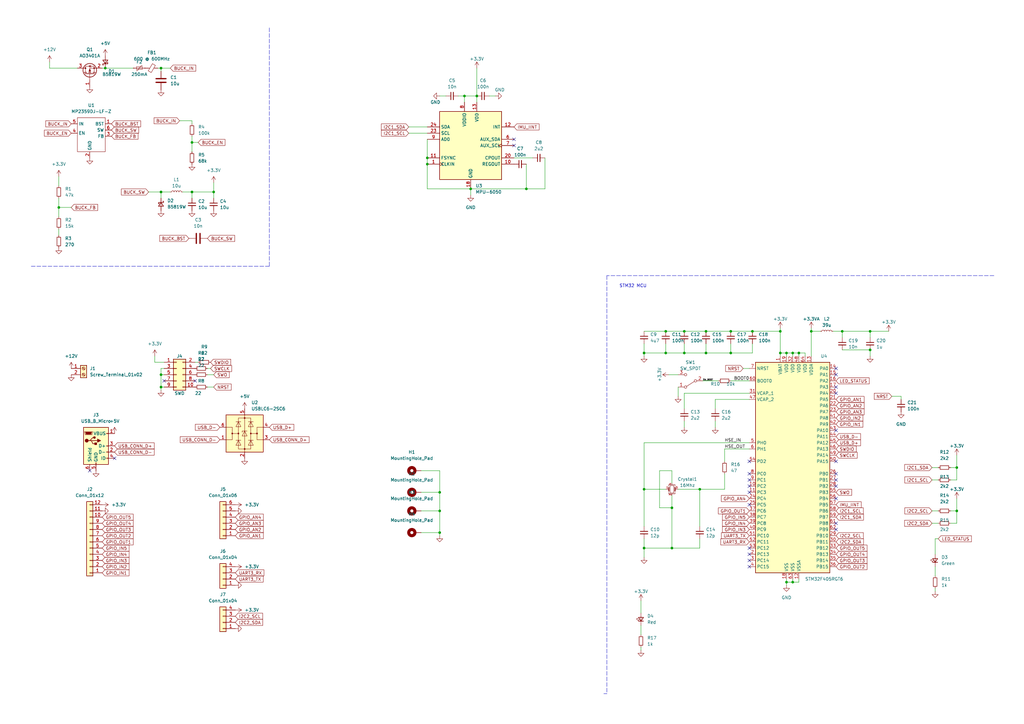
<source format=kicad_sch>
(kicad_sch (version 20211123) (generator eeschema)
  (paper "A3")
  (title_block (title "STM32F4RGT6") (date "2023-07-20") (rev "2.0") (company "Kronos"))
  (junction (at 392.43 209.55))
  (junction (at 190.5 39.37))
  (junction (at 180.34 218.44))
  (junction (at 87.63 78.74))
  (junction (at 320.04 144.78))
  (junction (at 289.56 135.89))
  (junction (at 78.74 58.42))
  (junction (at 43.18 27.94))
  (junction (at 66.04 158.75))
  (junction (at 24.13 85.09))
  (junction (at 275.59 224.79))
  (junction (at 264.16 224.79))
  (junction (at 345.44 135.89))
  (junction (at 280.67 135.89))
  (junction (at 287.02 200.66))
  (junction (at 392.43 191.77))
  (junction (at 275.59 208.28))
  (junction (at 175.26 64.77))
  (junction (at 66.04 78.74))
  (junction (at 308.61 135.89))
  (junction (at 325.12 144.78))
  (junction (at 356.87 143.51))
  (junction (at 332.74 135.89))
  (junction (at 325.12 238.76))
  (junction (at 66.04 27.94))
  (junction (at 180.34 201.93))
  (junction (at 320.04 135.89))
  (junction (at 195.58 39.37))
  (junction (at 299.72 144.78))
  (junction (at 273.05 135.89))
  (junction (at 215.9 77.47))
  (junction (at 322.58 144.78))
  (junction (at 66.04 153.67))
  (junction (at 289.56 144.78))
  (junction (at 264.16 200.66))
  (junction (at 175.26 67.31))
  (junction (at 193.04 77.47))
  (junction (at 180.34 209.55))
  (junction (at 322.58 238.76))
  (junction (at 273.05 144.78))
  (junction (at 280.67 144.78))
  (junction (at 299.72 135.89))
  (junction (at 78.74 78.74))
  (junction (at 264.16 144.78))
  (junction (at 327.66 144.78))
  (junction (at 356.87 135.89))
  (no_connect (at 342.9 161.29))
  (no_connect (at 307.34 196.85))
  (no_connect (at 67.31 156.21))
  (no_connect (at 307.34 201.93))
  (no_connect (at 342.9 153.67))
  (no_connect (at 80.01 156.21))
  (no_connect (at 36.83 193.04))
  (no_connect (at 342.9 196.85))
  (no_connect (at 342.9 204.47))
  (no_connect (at 342.9 214.63))
  (no_connect (at 342.9 217.17))
  (no_connect (at 307.34 189.23))
  (no_connect (at 342.9 194.31))
  (no_connect (at 210.82 57.15))
  (no_connect (at 210.82 59.69))
  (no_connect (at 342.9 176.53))
  (no_connect (at 46.99 187.96))
  (no_connect (at 342.9 189.23))
  (no_connect (at 307.34 199.39))
  (no_connect (at 342.9 158.75))
  (no_connect (at 307.34 207.01))
  (no_connect (at 307.34 194.31))
  (no_connect (at 342.9 151.13))
  (no_connect (at 307.34 229.87))
  (no_connect (at 307.34 232.41))
  (no_connect (at 307.34 227.33))
  (no_connect (at 307.34 224.79))
  (no_connect (at 342.9 199.39))
  (wire (pts (xy 325.12 144.78) (xy 325.12 146.05)))
  (wire (pts (xy 287.02 200.66) (xy 287.02 215.9)))
  (wire (pts (xy 383.54 241.3) (xy 383.54 242.57)))
  (wire (pts (xy 264.16 220.98) (xy 264.16 224.79)))
  (wire (pts (xy 297.18 184.15) (xy 307.34 184.15)))
  (wire (pts (xy 223.52 77.47) (xy 215.9 77.47)))
  (wire (pts (xy 345.44 135.89) (xy 356.87 135.89)))
  (polyline (pts (xy 110.49 109.22) (xy 12.7 109.22)))
  (wire (pts (xy 78.74 78.74) (xy 78.74 81.28)))
  (wire (pts (xy 24.13 85.09) (xy 24.13 88.9)))
  (wire (pts (xy 66.04 27.94) (xy 66.04 29.21)))
  (wire (pts (xy 383.54 220.98) (xy 383.54 227.33)))
  (wire (pts (xy 297.18 194.31) (xy 297.18 200.66)))
  (wire (pts (xy 87.63 74.93) (xy 87.63 78.74)))
  (wire (pts (xy 325.12 238.76) (xy 327.66 238.76)))
  (wire (pts (xy 203.2 39.37) (xy 200.66 39.37)))
  (wire (pts (xy 66.04 151.13) (xy 66.04 153.67)))
  (wire (pts (xy 389.89 209.55) (xy 392.43 209.55)))
  (wire (pts (xy 304.8 151.13) (xy 307.34 151.13)))
  (wire (pts (xy 280.67 135.89) (xy 289.56 135.89)))
  (wire (pts (xy 345.44 143.51) (xy 356.87 143.51)))
  (wire (pts (xy 273.05 140.97) (xy 273.05 144.78)))
  (wire (pts (xy 80.01 148.59) (xy 81.28 148.59)))
  (wire (pts (xy 289.56 144.78) (xy 299.72 144.78)))
  (wire (pts (xy 275.59 203.2) (xy 275.59 208.28)))
  (wire (pts (xy 308.61 135.89) (xy 320.04 135.89)))
  (polyline (pts (xy 248.92 113.03) (xy 248.92 284.48)))
  (wire (pts (xy 264.16 224.79) (xy 264.16 228.6)))
  (wire (pts (xy 78.74 58.42) (xy 81.28 58.42)))
  (wire (pts (xy 389.89 196.85) (xy 392.43 196.85)))
  (wire (pts (xy 392.43 209.55) (xy 392.43 204.47)))
  (wire (pts (xy 369.57 162.56) (xy 369.57 163.83)))
  (wire (pts (xy 382.27 191.77) (xy 384.81 191.77)))
  (wire (pts (xy 297.18 184.15) (xy 297.18 189.23)))
  (wire (pts (xy 264.16 135.89) (xy 273.05 135.89)))
  (wire (pts (xy 322.58 238.76) (xy 322.58 240.03)))
  (wire (pts (xy 299.72 144.78) (xy 308.61 144.78)))
  (wire (pts (xy 167.64 52.07) (xy 175.26 52.07)))
  (wire (pts (xy 180.34 218.44) (xy 180.34 219.71)))
  (wire (pts (xy 264.16 144.78) (xy 264.16 146.05)))
  (wire (pts (xy 66.04 78.74) (xy 69.85 78.74)))
  (wire (pts (xy 187.96 39.37) (xy 190.5 39.37)))
  (wire (pts (xy 273.05 144.78) (xy 280.67 144.78)))
  (wire (pts (xy 175.26 57.15) (xy 175.26 64.77)))
  (wire (pts (xy 275.59 208.28) (xy 275.59 224.79)))
  (wire (pts (xy 307.34 161.29) (xy 280.67 161.29)))
  (wire (pts (xy 195.58 27.94) (xy 195.58 39.37)))
  (wire (pts (xy 172.72 201.93) (xy 180.34 201.93)))
  (wire (pts (xy 63.5 148.59) (xy 63.5 146.05)))
  (wire (pts (xy 383.54 232.41) (xy 383.54 236.22)))
  (wire (pts (xy 78.74 49.53) (xy 78.74 50.8)))
  (wire (pts (xy 190.5 39.37) (xy 190.5 41.91)))
  (wire (pts (xy 270.51 193.04) (xy 270.51 208.28)))
  (wire (pts (xy 262.89 256.54) (xy 262.89 260.35)))
  (wire (pts (xy 293.37 167.64) (xy 293.37 163.83)))
  (wire (pts (xy 195.58 39.37) (xy 195.58 41.91)))
  (wire (pts (xy 262.89 246.38) (xy 262.89 251.46)))
  (wire (pts (xy 384.81 220.98) (xy 383.54 220.98)))
  (wire (pts (xy 87.63 153.67) (xy 85.09 153.67)))
  (wire (pts (xy 85.09 158.75) (xy 87.63 158.75)))
  (wire (pts (xy 320.04 144.78) (xy 322.58 144.78)))
  (wire (pts (xy 64.77 27.94) (xy 66.04 27.94)))
  (wire (pts (xy 41.91 27.94) (xy 43.18 27.94)))
  (wire (pts (xy 175.26 77.47) (xy 193.04 77.47)))
  (polyline (pts (xy 407.67 113.03) (xy 248.92 113.03)))
  (wire (pts (xy 392.43 214.63) (xy 392.43 209.55)))
  (wire (pts (xy 87.63 78.74) (xy 78.74 78.74)))
  (wire (pts (xy 215.9 77.47) (xy 193.04 77.47)))
  (wire (pts (xy 389.89 191.77) (xy 392.43 191.77)))
  (wire (pts (xy 172.72 218.44) (xy 180.34 218.44)))
  (wire (pts (xy 293.37 163.83) (xy 307.34 163.83)))
  (wire (pts (xy 288.29 156.21) (xy 294.64 156.21)))
  (wire (pts (xy 365.76 162.56) (xy 369.57 162.56)))
  (wire (pts (xy 382.27 196.85) (xy 384.81 196.85)))
  (wire (pts (xy 280.67 140.97) (xy 280.67 144.78)))
  (wire (pts (xy 327.66 238.76) (xy 327.66 237.49)))
  (wire (pts (xy 223.52 64.77) (xy 223.52 77.47)))
  (wire (pts (xy 66.04 153.67) (xy 67.31 153.67)))
  (wire (pts (xy 356.87 135.89) (xy 364.49 135.89)))
  (wire (pts (xy 264.16 224.79) (xy 275.59 224.79)))
  (wire (pts (xy 293.37 172.72) (xy 293.37 175.26)))
  (wire (pts (xy 274.32 153.67) (xy 278.13 153.67)))
  (wire (pts (xy 341.63 135.89) (xy 345.44 135.89)))
  (wire (pts (xy 278.13 158.75) (xy 278.13 162.56)))
  (wire (pts (xy 273.05 135.89) (xy 280.67 135.89)))
  (wire (pts (xy 24.13 85.09) (xy 29.21 85.09)))
  (wire (pts (xy 175.26 67.31) (xy 175.26 77.47)))
  (wire (pts (xy 330.2 144.78) (xy 330.2 146.05)))
  (wire (pts (xy 20.32 25.4) (xy 20.32 27.94)))
  (wire (pts (xy 308.61 140.97) (xy 308.61 144.78)))
  (wire (pts (xy 325.12 144.78) (xy 327.66 144.78)))
  (wire (pts (xy 67.31 151.13) (xy 66.04 151.13)))
  (wire (pts (xy 215.9 67.31) (xy 215.9 77.47)))
  (wire (pts (xy 325.12 237.49) (xy 325.12 238.76)))
  (wire (pts (xy 180.34 209.55) (xy 180.34 201.93)))
  (wire (pts (xy 43.18 27.94) (xy 54.61 27.94)))
  (wire (pts (xy 382.27 209.55) (xy 384.81 209.55)))
  (wire (pts (xy 289.56 140.97) (xy 289.56 144.78)))
  (wire (pts (xy 287.02 224.79) (xy 287.02 220.98)))
  (wire (pts (xy 332.74 134.62) (xy 332.74 135.89)))
  (wire (pts (xy 175.26 64.77) (xy 175.26 67.31)))
  (wire (pts (xy 322.58 144.78) (xy 322.58 146.05)))
  (wire (pts (xy 322.58 144.78) (xy 325.12 144.78)))
  (wire (pts (xy 190.5 39.37) (xy 195.58 39.37)))
  (wire (pts (xy 356.87 135.89) (xy 356.87 138.43)))
  (wire (pts (xy 78.74 55.88) (xy 78.74 58.42)))
  (wire (pts (xy 180.34 201.93) (xy 180.34 193.04)))
  (wire (pts (xy 332.74 135.89) (xy 332.74 146.05)))
  (wire (pts (xy 73.66 49.53) (xy 78.74 49.53)))
  (wire (pts (xy 392.43 196.85) (xy 392.43 191.77)))
  (wire (pts (xy 297.18 200.66) (xy 287.02 200.66)))
  (polyline (pts (xy 110.49 11.43) (xy 110.49 109.22)))
  (wire (pts (xy 193.04 77.47) (xy 193.04 80.01)))
  (wire (pts (xy 66.04 78.74) (xy 66.04 81.28)))
  (wire (pts (xy 87.63 81.28) (xy 87.63 78.74)))
  (wire (pts (xy 280.67 161.29) (xy 280.67 167.64)))
  (wire (pts (xy 66.04 153.67) (xy 66.04 158.75)))
  (wire (pts (xy 264.16 144.78) (xy 273.05 144.78)))
  (wire (pts (xy 180.34 193.04) (xy 172.72 193.04)))
  (wire (pts (xy 280.67 172.72) (xy 280.67 175.26)))
  (wire (pts (xy 392.43 191.77) (xy 392.43 186.69)))
  (wire (pts (xy 86.36 151.13) (xy 85.09 151.13)))
  (wire (pts (xy 278.13 200.66) (xy 287.02 200.66)))
  (wire (pts (xy 24.13 81.28) (xy 24.13 85.09)))
  (wire (pts (xy 382.27 214.63) (xy 384.81 214.63)))
  (wire (pts (xy 275.59 193.04) (xy 270.51 193.04)))
  (wire (pts (xy 264.16 181.61) (xy 307.34 181.61)))
  (wire (pts (xy 356.87 143.51) (xy 356.87 146.05)))
  (wire (pts (xy 78.74 58.42) (xy 78.74 62.23)))
  (wire (pts (xy 74.93 78.74) (xy 78.74 78.74)))
  (wire (pts (xy 264.16 200.66) (xy 273.05 200.66)))
  (wire (pts (xy 264.16 140.97) (xy 264.16 144.78)))
  (wire (pts (xy 322.58 238.76) (xy 325.12 238.76)))
  (wire (pts (xy 264.16 181.61) (xy 264.16 200.66)))
  (polyline (pts (xy 247.65 284.48) (xy 248.92 284.48)))
  (wire (pts (xy 167.64 54.61) (xy 175.26 54.61)))
  (wire (pts (xy 66.04 158.75) (xy 66.04 160.02)))
  (wire (pts (xy 60.96 78.74) (xy 66.04 78.74)))
  (wire (pts (xy 332.74 135.89) (xy 336.55 135.89)))
  (wire (pts (xy 299.72 140.97) (xy 299.72 144.78)))
  (wire (pts (xy 180.34 39.37) (xy 182.88 39.37)))
  (wire (pts (xy 327.66 144.78) (xy 327.66 146.05)))
  (wire (pts (xy 320.04 135.89) (xy 320.04 144.78)))
  (wire (pts (xy 180.34 209.55) (xy 180.34 218.44)))
  (wire (pts (xy 280.67 144.78) (xy 289.56 144.78)))
  (wire (pts (xy 345.44 135.89) (xy 345.44 138.43)))
  (wire (pts (xy 264.16 200.66) (xy 264.16 215.9)))
  (wire (pts (xy 24.13 72.39) (xy 24.13 76.2)))
  (wire (pts (xy 289.56 135.89) (xy 299.72 135.89)))
  (wire (pts (xy 275.59 224.79) (xy 287.02 224.79)))
  (wire (pts (xy 299.72 135.89) (xy 308.61 135.89)))
  (wire (pts (xy 262.89 265.43) (xy 262.89 266.7)))
  (wire (pts (xy 20.32 27.94) (xy 31.75 27.94)))
  (wire (pts (xy 66.04 27.94) (xy 69.85 27.94)))
  (wire (pts (xy 172.72 209.55) (xy 180.34 209.55)))
  (wire (pts (xy 299.72 156.21) (xy 307.34 156.21)))
  (wire (pts (xy 66.04 158.75) (xy 67.31 158.75)))
  (wire (pts (xy 67.31 148.59) (xy 63.5 148.59)))
  (wire (pts (xy 322.58 237.49) (xy 322.58 238.76)))
  (wire (pts (xy 389.89 214.63) (xy 392.43 214.63)))
  (wire (pts (xy 320.04 134.62) (xy 320.04 135.89)))
  (wire (pts (xy 327.66 144.78) (xy 330.2 144.78)))
  (wire (pts (xy 24.13 93.98) (xy 24.13 96.52)))
  (wire (pts (xy 320.04 144.78) (xy 320.04 146.05)))
  (wire (pts (xy 270.51 208.28) (xy 275.59 208.28)))
  (wire (pts (xy 275.59 193.04) (xy 275.59 198.12)))
  (wire (pts (xy 210.82 64.77) (xy 218.44 64.77)))
  (text "STM32 MCU" (at 254 118.11 0) (effects (font (size 1.27 1.27)) (justify left bottom)))
  (label "SW_BOOT" (at 288.29 156.21 0) (effects (font (size 0.6 0.6))))
  (label "HSE_IN" (at 297.18 181.61 0))
  (label "BOOT0" (at 300.99 156.21 0))
  (label "HSE_OUT" (at 297.18 184.15 0))
  (global_label "SWCLK" (shape input) (at 86.36 151.13 0) (property "Intersheet References" "${INTERSHEET_REFS}" (effects hide)))
  (global_label "GPIO_IN2" (shape input) (at 41.91 232.41 0) (property "Intersheet References" "${INTERSHEET_REFS}" (effects hide)))
  (global_label "NRST" (shape input) (at 87.63 158.75 0) (property "Intersheet References" "${INTERSHEET_REFS}" (effects hide)))
  (global_label "I2C2_SCL" (shape input) (at 342.9 219.71 0) (property "Intersheet References" "${INTERSHEET_REFS}" (effects hide)))
  (global_label "USB_CONN_D+" (shape input) (at 46.99 182.88 0) (property "Intersheet References" "${INTERSHEET_REFS}" (effects hide)))
  (global_label "GPIO_AN4" (shape input) (at 96.52 212.09 0) (property "Intersheet References" "${INTERSHEET_REFS}" (effects hide)))
  (global_label "I2C2_SCL" (shape input) (at 382.27 209.55 180) (property "Intersheet References" "${INTERSHEET_REFS}" (effects hide)))
  (global_label "BUCK_FB" (shape input) (at 29.21 85.09 0) (property "Intersheet References" "${INTERSHEET_REFS}" (effects hide)))
  (global_label "BUCK_IN" (shape input) (at 69.85 27.94 0) (property "Intersheet References" "${INTERSHEET_REFS}" (effects hide)))
  (global_label "BUCK_SW" (shape input) (at 60.96 78.74 180) (property "Intersheet References" "${INTERSHEET_REFS}" (effects hide)))
  (global_label "SWDIO" (shape input) (at 86.36 148.59 0) (property "Intersheet References" "${INTERSHEET_REFS}" (effects hide)))
  (global_label "BUCK_EN" (shape input) (at 81.28 58.42 0) (property "Intersheet References" "${INTERSHEET_REFS}" (effects hide)))
  (global_label "UART3_RX" (shape input) (at 307.34 222.25 180) (property "Intersheet References" "${INTERSHEET_REFS}" (effects hide)))
  (global_label "GPIO_OUT4" (shape input) (at 41.91 214.63 0) (property "Intersheet References" "${INTERSHEET_REFS}" (effects hide)))
  (global_label "I2C2_SDA" (shape input) (at 382.27 214.63 180) (property "Intersheet References" "${INTERSHEET_REFS}" (effects hide)))
  (global_label "I2C1_SCL" (shape input) (at 342.9 209.55 0) (property "Intersheet References" "${INTERSHEET_REFS}" (effects hide)))
  (global_label "GPIO_OUT4" (shape input) (at 342.9 227.33 0) (property "Intersheet References" "${INTERSHEET_REFS}" (effects hide)))
  (global_label "GPIO_OUT3" (shape input) (at 342.9 229.87 0) (property "Intersheet References" "${INTERSHEET_REFS}" (effects hide)))
  (global_label "NRST" (shape input) (at 304.8 151.13 180) (property "Intersheet References" "${INTERSHEET_REFS}" (effects hide)))
  (global_label "I2C2_SCL" (shape input) (at 96.52 252.73 0) (property "Intersheet References" "${INTERSHEET_REFS}" (effects hide)))
  (global_label "GPIO_AN1" (shape input) (at 342.9 163.83 0) (property "Intersheet References" "${INTERSHEET_REFS}" (effects hide)))
  (global_label "SWO" (shape input) (at 87.63 153.67 0) (property "Intersheet References" "${INTERSHEET_REFS}" (effects hide)))
  (global_label "UART3_RX" (shape input) (at 96.52 234.95 0) (property "Intersheet References" "${INTERSHEET_REFS}" (effects hide)))
  (global_label "BUCK_EN" (shape input) (at 29.21 54.61 180) (property "Intersheet References" "${INTERSHEET_REFS}" (effects hide)))
  (global_label "USB_CONN_D+" (shape input) (at 110.49 180.34 0) (property "Intersheet References" "${INTERSHEET_REFS}" (effects hide)))
  (global_label "BUCK_IN" (shape input) (at 29.21 50.8 180) (property "Intersheet References" "${INTERSHEET_REFS}" (effects hide)))
  (global_label "I2C2_SDA" (shape input) (at 342.9 222.25 0) (property "Intersheet References" "${INTERSHEET_REFS}" (effects hide)))
  (global_label "IMU_IINT" (shape input) (at 210.82 52.07 0) (property "Intersheet References" "${INTERSHEET_REFS}" (effects hide)))
  (global_label "I2C1_SDA" (shape input) (at 382.27 191.77 180) (property "Intersheet References" "${INTERSHEET_REFS}" (effects hide)))
  (global_label "I2C1_SCL" (shape input) (at 167.64 54.61 180) (property "Intersheet References" "${INTERSHEET_REFS}" (effects hide)))
  (global_label "GPIO_AN3" (shape input) (at 96.52 214.63 0) (property "Intersheet References" "${INTERSHEET_REFS}" (effects hide)))
  (global_label "SWCLK" (shape input) (at 342.9 186.69 0) (property "Intersheet References" "${INTERSHEET_REFS}" (effects hide)))
  (global_label "USB_D-" (shape input) (at 342.9 179.07 0) (property "Intersheet References" "${INTERSHEET_REFS}" (effects hide)))
  (global_label "GPIO_IN5" (shape input) (at 41.91 224.79 0) (property "Intersheet References" "${INTERSHEET_REFS}" (effects hide)))
  (global_label "BUCK_BST" (shape input) (at 45.72 50.8 0) (property "Intersheet References" "${INTERSHEET_REFS}" (effects hide)))
  (global_label "GPIO_IN4" (shape input) (at 307.34 214.63 180) (property "Intersheet References" "${INTERSHEET_REFS}" (effects hide)))
  (global_label "I2C1_SDA" (shape input) (at 167.64 52.07 180) (property "Intersheet References" "${INTERSHEET_REFS}" (effects hide)))
  (global_label "LED_STATUS" (shape input) (at 342.9 156.21 0) (property "Intersheet References" "${INTERSHEET_REFS}" (effects hide)))
  (global_label "USB_CONN_D-" (shape input) (at 90.17 180.34 180) (property "Intersheet References" "${INTERSHEET_REFS}" (effects hide)))
  (global_label "GPIO_OUT2" (shape input) (at 342.9 232.41 0) (property "Intersheet References" "${INTERSHEET_REFS}" (effects hide)))
  (global_label "GPIO_OUT2" (shape input) (at 41.91 219.71 0) (property "Intersheet References" "${INTERSHEET_REFS}" (effects hide)))
  (global_label "BUCK_BST" (shape input) (at 77.47 97.79 180) (property "Intersheet References" "${INTERSHEET_REFS}" (effects hide)))
  (global_label "BUCK_FB" (shape input) (at 45.72 55.88 0) (property "Intersheet References" "${INTERSHEET_REFS}" (effects hide)))
  (global_label "GPIO_IN1" (shape input) (at 41.91 234.95 0) (property "Intersheet References" "${INTERSHEET_REFS}" (effects hide)))
  (global_label "GPIO_OUT5" (shape input) (at 342.9 224.79 0) (property "Intersheet References" "${INTERSHEET_REFS}" (effects hide)))
  (global_label "GPIO_IN3" (shape input) (at 307.34 217.17 180) (property "Intersheet References" "${INTERSHEET_REFS}" (effects hide)))
  (global_label "GPIO_OUT1" (shape input) (at 307.34 209.55 180) (property "Intersheet References" "${INTERSHEET_REFS}" (effects hide)))
  (global_label "GPIO_AN4" (shape input) (at 307.34 204.47 180) (property "Intersheet References" "${INTERSHEET_REFS}" (effects hide)))
  (global_label "GPIO_OUT5" (shape input) (at 41.91 212.09 0) (property "Intersheet References" "${INTERSHEET_REFS}" (effects hide)))
  (global_label "GPIO_IN4" (shape input) (at 41.91 227.33 0) (property "Intersheet References" "${INTERSHEET_REFS}" (effects hide)))
  (global_label "GPIO_OUT3" (shape input) (at 41.91 217.17 0) (property "Intersheet References" "${INTERSHEET_REFS}" (effects hide)))
  (global_label "NRST" (shape input) (at 365.76 162.56 180) (property "Intersheet References" "${INTERSHEET_REFS}" (effects hide)))
  (global_label "UART3_TX" (shape input) (at 307.34 219.71 180) (property "Intersheet References" "${INTERSHEET_REFS}" (effects hide)))
  (global_label "USB_D+" (shape input) (at 110.49 175.26 0) (property "Intersheet References" "${INTERSHEET_REFS}" (effects hide)))
  (global_label "I2C1_SDA" (shape input) (at 342.9 212.09 0) (property "Intersheet References" "${INTERSHEET_REFS}" (effects hide)))
  (global_label "USB_D+" (shape input) (at 342.9 181.61 0) (property "Intersheet References" "${INTERSHEET_REFS}" (effects hide)))
  (global_label "SWDIO" (shape input) (at 342.9 184.15 0) (property "Intersheet References" "${INTERSHEET_REFS}" (effects hide)))
  (global_label "GPIO_IN2" (shape input) (at 342.9 171.45 0) (property "Intersheet References" "${INTERSHEET_REFS}" (effects hide)))
  (global_label "I2C1_SCL" (shape input) (at 382.27 196.85 180) (property "Intersheet References" "${INTERSHEET_REFS}" (effects hide)))
  (global_label "BUCK_SW" (shape input) (at 45.72 53.34 0) (property "Intersheet References" "${INTERSHEET_REFS}" (effects hide)))
  (global_label "GPIO_AN2" (shape input) (at 342.9 166.37 0) (property "Intersheet References" "${INTERSHEET_REFS}" (effects hide)))
  (global_label "USB_D-" (shape input) (at 90.17 175.26 180) (property "Intersheet References" "${INTERSHEET_REFS}" (effects hide)))
  (global_label "BUCK_SW" (shape input) (at 85.09 97.79 0) (property "Intersheet References" "${INTERSHEET_REFS}" (effects hide)))
  (global_label "USB_CONN_D-" (shape input) (at 46.99 185.42 0) (property "Intersheet References" "${INTERSHEET_REFS}" (effects hide)))
  (global_label "BUCK_IN" (shape input) (at 73.66 49.53 180) (property "Intersheet References" "${INTERSHEET_REFS}" (effects hide)))
  (global_label "GPIO_AN1" (shape input) (at 96.52 219.71 0) (property "Intersheet References" "${INTERSHEET_REFS}" (effects hide)))
  (global_label "GPIO_IN1" (shape input) (at 342.9 173.99 0) (property "Intersheet References" "${INTERSHEET_REFS}" (effects hide)))
  (global_label "IMU_IINT" (shape input) (at 342.9 207.01 0) (property "Intersheet References" "${INTERSHEET_REFS}" (effects hide)))
  (global_label "GPIO_IN5" (shape input) (at 307.34 212.09 180) (property "Intersheet References" "${INTERSHEET_REFS}" (effects hide)))
  (global_label "LED_STATUS" (shape input) (at 384.81 220.98 0) (property "Intersheet References" "${INTERSHEET_REFS}" (effects hide)))
  (global_label "UART3_TX" (shape input) (at 96.52 237.49 0) (property "Intersheet References" "${INTERSHEET_REFS}" (effects hide)))
  (global_label "GPIO_IN3" (shape input) (at 41.91 229.87 0) (property "Intersheet References" "${INTERSHEET_REFS}" (effects hide)))
  (global_label "I2C2_SDA" (shape input) (at 96.52 255.27 0) (property "Intersheet References" "${INTERSHEET_REFS}" (effects hide)))
  (global_label "GPIO_AN2" (shape input) (at 96.52 217.17 0) (property "Intersheet References" "${INTERSHEET_REFS}" (effects hide)))
  (global_label "GPIO_AN3" (shape input) (at 342.9 168.91 0) (property "Intersheet References" "${INTERSHEET_REFS}" (effects hide)))
  (global_label "GPIO_OUT1" (shape input) (at 41.91 222.25 0) (property "Intersheet References" "${INTERSHEET_REFS}" (effects hide)))
  (global_label "SWO" (shape input) (at 342.9 201.93 0) (property "Intersheet References" "${INTERSHEET_REFS}" (effects hide)))
  (symbol (lib_id "power:GND") (at 293.37 175.26 0) (unit 1)
    (property "Reference" "#PWR034" (effects hide))
    (property "Value" "GND" (effects hide))
  )
  (symbol (lib_id "power:+3.3V") (at 87.63 74.93 0) (unit 1)
    (property "Reference" "#PWR019" (effects hide))
    (property "Value" "+3.3V" (at 87.63 69.85 0))
  )
  (symbol (lib_id "power:+3.3V") (at 41.91 207.01 270) (unit 1)
    (property "Reference" "#PWR09" (effects hide))
    (property "Value" "+3.3V" (at 45.72 207.0099 90) (effects (justify left)))
  )
  (symbol (lib_id "Switch:SW_SPDT") (at 283.21 156.21 180) (unit 1)
    (property "Reference" "SW1" (at 283.21 148.59 0))
    (property "Value" "SW_SPDT" (at 283.21 151.13 0))
    (property "Footprint" "Button_Switch_SMD:SW_SPDT_PCM12" (effects hide))
  )
  (symbol (lib_id "power:GND") (at 383.54 242.57 0) (unit 1)
    (property "Reference" "#PWR041" (effects hide))
    (property "Value" "GND" (effects hide))
  )
  (symbol (lib_id "Device:C_Small") (at 213.36 67.31 90) (unit 1)
    (property "Reference" "C7" (at 213.3663 60.96 90))
    (property "Value" "100n" (at 213.3663 63.5 90))
    (property "Footprint" "Capacitor_SMD:C_0402_1005Metric" (effects hide))
  )
  (symbol (lib_id "power:+3.3V") (at 96.52 250.19 270) (unit 1)
    (property "Reference" "#PWR0104" (effects hide))
    (property "Value" "+3.3V" (at 100.33 250.1899 90) (effects (justify left)))
  )
  (symbol (lib_id "power:+5V") (at 46.99 177.8 0) (unit 1)
    (property "Reference" "#PWR012" (effects hide))
    (property "Value" "+5V" (at 46.99 172.72 0))
  )
  (symbol (lib_id "power:+3.3V") (at 96.52 232.41 270) (unit 1)
    (property "Reference" "#PWR0101" (effects hide))
    (property "Value" "+3.3V" (at 100.33 232.4099 90) (effects (justify left)))
  )
  (symbol (lib_id "power:GND") (at 369.57 168.91 0) (unit 1)
    (property "Reference" "#PWR040" (effects hide))
    (property "Value" "GND" (at 369.57 173.99 0))
  )
  (symbol (lib_id "power:GND") (at 100.33 187.96 0) (unit 1)
    (property "Reference" "#PWR024" (effects hide))
    (property "Value" "GND" (effects hide))
  )
  (symbol (lib_id "Connector_Generic:Conn_02x05_Odd_Even") (at 72.39 153.67 0) (unit 1)
    (property "Reference" "J4" (at 73.66 146.05 0))
    (property "Value" "SWD" (at 73.66 161.29 0))
    (property "Footprint" "Connector_PinSocket_1.27mm:PinSocket_2x05_P1.27mm_Vertical_SMD" (effects hide))
  )
  (symbol (lib_id "Connector:Screw_Terminal_01x02") (at 34.29 151.13 0) (unit 1)
    (property "Reference" "J1" (at 36.83 151.1299 0) (effects (justify left)))
    (property "Value" "Screw_Terminal_01x02" (at 36.83 153.6699 0) (effects (justify left)))
    (property "Footprint" "TerminalBlock_Phoenix:TerminalBlock_Phoenix_PT-1,5-2-3.5-H_1x02_P3.50mm_Horizontal" (effects hide))
  )
  (symbol (lib_id "power:GND") (at 180.34 39.37 270) (unit 1)
    (property "Reference" "#PWR025" (effects hide))
    (property "Value" "GND" (at 176.53 41.91 90) (effects (justify left)))
  )
  (symbol (lib_id "Device:C_Small") (at 264.16 218.44 0) (unit 1)
    (property "Reference" "C10" (at 266.7 217.1762 0) (effects (justify left)))
    (property "Value" "12p" (at 266.7 219.7162 0) (effects (justify left)))
    (property "Footprint" "Capacitor_SMD:C_0402_1005Metric" (effects hide))
  )
  (symbol (lib_id "power:+3.3V") (at 63.5 146.05 0) (unit 1)
    (property "Reference" "#PWR014" (effects hide))
    (property "Value" "+3.3V" (at 63.5 140.97 0))
  )
  (symbol (lib_id "Device:R_Small") (at 24.13 91.44 0) (unit 1)
    (property "Reference" "R2" (at 26.67 90.1699 0) (effects (justify left)))
    (property "Value" "15k" (at 26.67 92.7099 0) (effects (justify left)))
    (property "Footprint" "Resistor_SMD:R_0603_1608Metric" (effects hide))
  )
  (symbol (lib_id "power:GND") (at 264.16 228.6 0) (unit 1)
    (property "Reference" "#PWR030" (effects hide))
    (property "Value" "GND" (effects hide))
  )
  (symbol (lib_id "Device:C_Small") (at 264.16 138.43 0) (unit 1)
    (property "Reference" "C9" (at 266.7 137.1662 0) (effects (justify left)))
    (property "Value" "4u7" (at 266.7 139.7062 0) (effects (justify left)))
    (property "Footprint" "Capacitor_SMD:C_0603_1608Metric" (effects hide))
  )
  (symbol (lib_id "Device:D_Schottky_Small") (at 43.18 25.4 90) (unit 1)
    (property "Reference" "D1" (at 44.45 29.21 90) (effects (justify right)))
    (property "Value" "B5819W" (at 41.91 30.48 90) (effects (justify right)))
    (property "Footprint" "Diode_SMD:D_SOD-123" (effects hide))
  )
  (symbol (lib_id "power:GND") (at 24.13 101.6 0) (unit 1)
    (property "Reference" "#PWR03" (effects hide))
    (property "Value" "GND" (effects hide))
  )
  (symbol (lib_id "power:GND") (at 41.91 209.55 90) (unit 1)
    (property "Reference" "#PWR010" (effects hide))
    (property "Value" "GND" (effects hide))
  )
  (symbol (lib_id "Device:C_Small") (at 273.05 138.43 0) (unit 1)
    (property "Reference" "C11" (at 275.59 137.1662 0) (effects (justify left)))
    (property "Value" "100n" (at 275.59 139.7062 0) (effects (justify left)))
    (property "Footprint" "Capacitor_SMD:C_0402_1005Metric" (effects hide))
  )
  (symbol (lib_id "power:+3.3V") (at 96.52 207.01 270) (unit 1)
    (property "Reference" "#PWR021" (effects hide))
    (property "Value" "+3.3V" (at 100.33 207.0099 90) (effects (justify left)))
  )
  (symbol (lib_id "Device:LED_Small") (at 383.54 229.87 90) (unit 1)
    (property "Reference" "D3" (at 386.08 228.5364 90) (effects (justify right)))
    (property "Value" "Green" (at 386.08 231.0764 90) (effects (justify right)))
    (property "Footprint" "LED_SMD:LED_0603_1608Metric" (effects hide))
  )
  (symbol (lib_id "Kronos:MP2359DJ-LF-Z") (at 36.83 53.34 0) (unit 1)
    (property "Reference" "U1" (at 37.465 43.18 0))
    (property "Value" "MP2359DJ-LF-Z" (at 37.465 45.72 0))
    (property "Footprint" "Package_TO_SOT_SMD:SOT-23-6" (effects hide))
  )
  (symbol (lib_id "power:+5V") (at 43.18 22.86 0) (unit 1)
    (property "Reference" "#PWR011" (effects hide))
    (property "Value" "+5V" (at 43.18 17.78 0))
  )
  (symbol (lib_id "Device:D_Schottky_Small") (at 66.04 83.82 270) (unit 1)
    (property "Reference" "D2" (at 68.58 82.2959 90) (effects (justify left)))
    (property "Value" "B5819W" (at 68.58 84.8359 90) (effects (justify left)))
    (property "Footprint" "Diode_SMD:D_SOD-123" (effects hide))
  )
  (symbol (lib_id "power:+3.3V") (at 195.58 27.94 0) (unit 1)
    (property "Reference" "#PWR027" (effects hide))
    (property "Value" "+3.3V" (at 195.58 24.13 0))
  )
  (symbol (lib_id "Device:C_Small") (at 185.42 39.37 90) (unit 1)
    (property "Reference" "C5" (at 185.4263 33.02 90))
    (property "Value" "10n" (at 185.4263 35.56 90))
    (property "Footprint" "Capacitor_SMD:C_0603_1608Metric" (effects hide))
  )
  (symbol (lib_id "Device:C_Small") (at 280.67 170.18 0) (unit 1)
    (property "Reference" "C13" (at 283.21 168.9162 0) (effects (justify left)))
    (property "Value" "2u2" (at 283.21 171.4562 0) (effects (justify left)))
    (property "Footprint" "Capacitor_SMD:C_0603_1608Metric" (effects hide))
  )
  (symbol (lib_id "Mechanical:MountingHole_Pad") (at 170.18 209.55 90) (unit 1)
    (property "Reference" "H3" (at 168.91 201.93 90))
    (property "Value" "MountingHole_Pad" (at 168.91 204.47 90))
    (property "Footprint" "MountingHole:MountingHole_4.3mm_M4_Pad_Via" (effects hide))
  )
  (symbol (lib_id "Device:C") (at 66.04 33.02 0) (unit 1)
    (property "Reference" "C1" (at 69.85 31.7499 0) (effects (justify left)))
    (property "Value" "10u" (at 69.85 34.2899 0) (effects (justify left)))
    (property "Footprint" "Capacitor_SMD:C_1206_3216Metric" (effects hide))
  )
  (symbol (lib_id "power:GND") (at 87.63 86.36 0) (unit 1)
    (property "Reference" "#PWR020" (effects hide))
    (property "Value" "GND" (effects hide))
  )
  (symbol (lib_id "Connector_Generic:Conn_01x04") (at 91.44 237.49 180) (unit 1)
    (property "Reference" "J6" (at 91.44 226.06 0))
    (property "Value" "Conn_01x04" (at 91.44 228.6 0))
    (property "Footprint" "Connector_PinHeader_2.54mm:PinHeader_1x04_P2.54mm_Vertical" (effects hide))
  )
  (symbol (lib_id "Device:C_Small") (at 87.63 83.82 0) (unit 1)
    (property "Reference" "C4" (at 90.17 82.5562 0) (effects (justify left)))
    (property "Value" "10u" (at 90.17 85.0962 0) (effects (justify left)))
    (property "Footprint" "Capacitor_SMD:C_1206_3216Metric" (effects hide))
  )
  (symbol (lib_id "Connector:USB_B_Micro") (at 39.37 182.88 0) (unit 1)
    (property "Reference" "J3" (at 39.37 170.18 0))
    (property "Value" "USB_B_Micro" (at 39.37 172.72 0))
    (property "Footprint" "Connector_USB:USB_Micro-B_Amphenol_10118194_Horizontal" (effects hide))
  )
  (symbol (lib_id "Device:R_Small") (at 82.55 153.67 270) (unit 1)
    (property "Reference" "R7" (at 82.55 147.32 90))
    (property "Value" "22" (at 82.55 149.86 90))
    (property "Footprint" "Resistor_SMD:R_0402_1005Metric" (effects hide))
  )
  (symbol (lib_id "power:+3.3V") (at 262.89 246.38 0) (unit 1)
    (property "Reference" "#PWR044" (effects hide))
    (property "Value" "+3.3V" (at 262.89 242.57 0))
  )
  (symbol (lib_id "power:+12V") (at 29.21 151.13 0) (unit 1)
    (property "Reference" "#PWR04" (effects hide))
    (property "Value" "+12V" (at 29.21 146.05 0))
  )
  (symbol (lib_id "power:+3.3V") (at 392.43 204.47 0) (unit 1)
    (property "Reference" "#PWR043" (effects hide))
    (property "Value" "+3.3V" (at 392.43 200.66 0))
  )
  (symbol (lib_id "Device:R_Small") (at 297.18 156.21 90) (unit 1)
    (property "Reference" "R10" (at 293.37 157.48 90))
    (property "Value" "10k" (at 299.72 157.48 90))
    (property "Footprint" "Resistor_SMD:R_0402_1005Metric" (effects hide))
  )
  (symbol (lib_id "Device:C_Small") (at 345.44 140.97 0) (unit 1)
    (property "Reference" "C19" (at 347.98 139.7062 0) (effects (justify left)))
    (property "Value" "10n" (at 347.98 142.2462 0) (effects (justify left)))
    (property "Footprint" "Capacitor_SMD:C_0402_1005Metric" (effects hide))
  )
  (symbol (lib_id "power:GND") (at 262.89 266.7 0) (unit 1)
    (property "Reference" "#PWR045" (effects hide))
    (property "Value" "GND" (effects hide))
  )
  (symbol (lib_id "power:GND") (at 278.13 162.56 0) (unit 1)
    (property "Reference" "#PWR032" (effects hide))
    (property "Value" "GND" (effects hide))
  )
  (symbol (lib_id "Device:R_Small") (at 78.74 64.77 0) (unit 1)
    (property "Reference" "R5" (at 81.28 63.4999 0) (effects (justify left)))
    (property "Value" "68k" (at 81.28 66.0399 0) (effects (justify left)))
    (property "Footprint" "Resistor_SMD:R_0603_1608Metric" (effects hide))
  )
  (symbol (lib_id "power:+3.3V") (at 364.49 135.89 0) (unit 1)
    (property "Reference" "#PWR039" (effects hide))
    (property "Value" "+3.3V" (at 364.49 132.08 0))
  )
  (symbol (lib_id "Mechanical:MountingHole_Pad") (at 170.18 201.93 90) (unit 1)
    (property "Reference" "H2" (at 168.91 194.31 90))
    (property "Value" "MountingHole_Pad" (at 168.91 196.85 90))
    (property "Footprint" "MountingHole:MountingHole_4.3mm_M4_Pad_Via" (effects hide))
  )
  (symbol (lib_id "Mechanical:MountingHole_Pad") (at 170.18 193.04 90) (unit 1)
    (property "Reference" "H1" (at 168.91 185.42 90))
    (property "Value" "MountingHole_Pad" (at 168.91 187.96 90))
    (property "Footprint" "MountingHole:MountingHole_4.3mm_M4_Pad_Via" (effects hide))
  )
  (symbol (lib_id "Device:R_Small") (at 82.55 151.13 270) (unit 1)
    (property "Reference" "R6" (at 82.55 144.78 90))
    (property "Value" "22" (at 82.55 147.32 90))
    (property "Footprint" "Resistor_SMD:R_0402_1005Metric" (effects hide))
  )
  (symbol (lib_id "Device:R_Small") (at 78.74 53.34 0) (unit 1)
    (property "Reference" "R4" (at 81.28 52.0699 0) (effects (justify left)))
    (property "Value" "100k" (at 81.28 54.6099 0) (effects (justify left)))
    (property "Footprint" "Resistor_SMD:R_0603_1608Metric" (effects hide))
  )
  (symbol (lib_id "power:GND") (at 66.04 36.83 0) (unit 1)
    (property "Reference" "#PWR013" (effects hide))
    (property "Value" "GND" (effects hide))
  )
  (symbol (lib_id "power:GND") (at 66.04 86.36 0) (unit 1)
    (property "Reference" "#PWR015" (effects hide))
    (property "Value" "GND" (effects hide))
  )
  (symbol (lib_id "Device:C_Small") (at 289.56 138.43 0) (unit 1)
    (property "Reference" "C15" (at 292.1 137.1662 0) (effects (justify left)))
    (property "Value" "100n" (at 292.1 139.7062 0) (effects (justify left)))
    (property "Footprint" "Capacitor_SMD:C_0402_1005Metric" (effects hide))
  )
  (symbol (lib_id "Device:C_Small") (at 280.67 138.43 0) (unit 1)
    (property "Reference" "C12" (at 283.21 137.1662 0) (effects (justify left)))
    (property "Value" "100n" (at 283.21 139.7062 0) (effects (justify left)))
    (property "Footprint" "Capacitor_SMD:C_0402_1005Metric" (effects hide))
  )
  (symbol (lib_id "power:GND") (at 193.04 80.01 0) (unit 1)
    (property "Reference" "#PWR026" (effects hide))
    (property "Value" "GND" (at 193.04 85.09 0))
  )
  (symbol (lib_id "power:GND") (at 180.34 219.71 0) (unit 1)
    (property "Reference" "#PWR028" (effects hide))
    (property "Value" "GND" (effects hide))
  )
  (symbol (lib_id "power:+3.3V") (at 320.04 134.62 0) (unit 1)
    (property "Reference" "#PWR035" (effects hide))
    (property "Value" "+3.3V" (at 320.04 130.81 0))
  )
  (symbol (lib_id "Device:C_Small") (at 308.61 138.43 0) (unit 1)
    (property "Reference" "C18" (at 311.15 137.1662 0) (effects (justify left)))
    (property "Value" "100n" (at 311.15 139.7062 0) (effects (justify left)))
    (property "Footprint" "Capacitor_SMD:C_0402_1005Metric" (effects hide))
  )
  (symbol (lib_id "Power_Protection:USBLC6-2SC6") (at 100.33 177.8 0) (unit 1)
    (property "Reference" "U2" (at 103.0987 165.1 0) (effects (justify left)))
    (property "Value" "USBLC6-2SC6" (at 103.0987 167.64 0) (effects (justify left)))
    (property "Footprint" "Package_TO_SOT_SMD:SOT-23-6" (effects hide))
    (property "Datasheet" "https://www.st.com/resource/en/datasheet/usblc6-2.pdf" (effects hide))
  )
  (symbol (lib_id "Device:R_Small") (at 82.55 158.75 270) (unit 1)
    (property "Reference" "R8" (at 82.55 156.21 90))
    (property "Value" "22" (at 81.28 161.29 90))
    (property "Footprint" "Resistor_SMD:R_0402_1005Metric" (effects hide))
  )
  (symbol (lib_id "Device:R_Small") (at 387.35 191.77 90) (unit 1)
    (property "Reference" "R12" (at 387.35 185.42 90))
    (property "Value" "2k2" (at 387.35 187.96 90))
    (property "Footprint" "Resistor_SMD:R_0402_1005Metric" (effects hide))
  )
  (symbol (lib_id "power:GND") (at 356.87 146.05 0) (unit 1)
    (property "Reference" "#PWR038" (effects hide))
    (property "Value" "GND" (effects hide))
  )
  (symbol (lib_id "power:GND") (at 203.2 39.37 90) (unit 1)
    (property "Reference" "#PWR0105" (effects hide))
    (property "Value" "GND" (at 207.01 36.83 90) (effects (justify left)))
  )
  (symbol (lib_id "power:GND") (at 78.74 86.36 0) (unit 1)
    (property "Reference" "#PWR018" (effects hide))
    (property "Value" "GND" (effects hide))
  )
  (symbol (lib_id "Device:R_Small") (at 24.13 99.06 0) (unit 1)
    (property "Reference" "R3" (at 26.67 97.7899 0) (effects (justify left)))
    (property "Value" "270" (at 26.67 100.3299 0) (effects (justify left)))
    (property "Footprint" "Resistor_SMD:R_0603_1608Metric" (effects hide))
  )
  (symbol (lib_id "power:GND") (at 39.37 193.04 0) (unit 1)
    (property "Reference" "#PWR08" (effects hide))
    (property "Value" "GND" (effects hide))
  )
  (symbol (lib_id "Device:FerriteBead_Small") (at 62.23 27.94 270) (unit 1)
    (property "Reference" "FB1" (at 62.2681 21.59 90))
    (property "Value" "600 @ 600MHz" (at 62.2681 24.13 90))
    (property "Footprint" "Inductor_SMD:L_0805_2012Metric" (effects hide))
  )
  (symbol (lib_id "power:GND") (at 96.52 240.03 90) (unit 1)
    (property "Reference" "#PWR0102" (effects hide))
    (property "Value" "GND" (effects hide))
  )
  (symbol (lib_id "power:+12V") (at 20.32 25.4 0) (unit 1)
    (property "Reference" "#PWR01" (effects hide))
    (property "Value" "+12V" (at 20.32 20.32 0))
  )
  (symbol (lib_id "Device:Crystal_GND24_Small") (at 275.59 200.66 0) (unit 1)
    (property "Reference" "Crystal1" (at 281.94 196.5198 0))
    (property "Value" "16Mhz" (at 281.94 199.0598 0))
    (property "Footprint" "Crystal:Crystal_SMD_3225-4Pin_3.2x2.5mm" (effects hide))
  )
  (symbol (lib_id "Device:C_Small") (at 299.72 138.43 0) (unit 1)
    (property "Reference" "C17" (at 302.26 137.1662 0) (effects (justify left)))
    (property "Value" "100n" (at 302.26 139.7062 0) (effects (justify left)))
    (property "Footprint" "Capacitor_SMD:C_0402_1005Metric" (effects hide))
  )
  (symbol (lib_id "power:+5V") (at 100.33 167.64 0) (unit 1)
    (property "Reference" "#PWR023" (effects hide))
    (property "Value" "+5V" (at 100.33 162.56 0))
  )
  (symbol (lib_id "Device:C_Small") (at 369.57 166.37 0) (unit 1)
    (property "Reference" "C21" (at 372.11 165.1062 0) (effects (justify left)))
    (property "Value" "100n" (at 372.11 167.6462 0) (effects (justify left)))
    (property "Footprint" "Capacitor_SMD:C_0402_1005Metric" (effects hide))
  )
  (symbol (lib_id "power:GND") (at 36.83 35.56 0) (unit 1)
    (property "Reference" "#PWR06" (effects hide))
    (property "Value" "GND" (effects hide))
  )
  (symbol (lib_id "power:+3.3V") (at 274.32 153.67 90) (unit 1)
    (property "Reference" "#PWR031" (effects hide))
    (property "Value" "+3.3V" (at 270.51 153.67 0))
  )
  (symbol (lib_id "Device:R_Small") (at 83.82 148.59 270) (unit 1)
    (property "Reference" "R9" (at 83.82 142.24 90))
    (property "Value" "22" (at 83.82 144.78 90))
    (property "Footprint" "Resistor_SMD:R_0402_1005Metric" (effects hide))
  )
  (symbol (lib_id "Device:C_Small") (at 198.12 39.37 90) (unit 1)
    (property "Reference" "C6" (at 198.1263 33.02 90))
    (property "Value" "100n" (at 198.1263 35.56 90))
    (property "Footprint" "Capacitor_SMD:C_0402_1005Metric" (effects hide))
  )
  (symbol (lib_id "Device:C_Small") (at 293.37 170.18 0) (unit 1)
    (property "Reference" "C16" (at 295.91 168.9162 0) (effects (justify left)))
    (property "Value" "2u2" (at 295.91 171.4562 0) (effects (justify left)))
    (property "Footprint" "Capacitor_SMD:C_0603_1608Metric" (effects hide))
  )
  (symbol (lib_id "power:GND") (at 78.74 67.31 0) (unit 1)
    (property "Reference" "#PWR017" (effects hide))
    (property "Value" "GND" (effects hide))
  )
  (symbol (lib_id "Device:C_Small") (at 220.98 64.77 90) (unit 1)
    (property "Reference" "C8" (at 220.9863 58.42 90))
    (property "Value" "2u2" (at 220.9863 60.96 90))
    (property "Footprint" "Capacitor_SMD:C_0603_1608Metric" (effects hide))
  )
  (symbol (lib_id "Device:R_Small") (at 24.13 78.74 0) (unit 1)
    (property "Reference" "R1" (at 26.67 77.4699 0) (effects (justify left)))
    (property "Value" "47k" (at 26.67 80.0099 0) (effects (justify left)))
    (property "Footprint" "Resistor_SMD:R_0603_1608Metric" (effects hide))
  )
  (symbol (lib_id "power:GND") (at 280.67 175.26 0) (unit 1)
    (property "Reference" "#PWR033" (effects hide))
    (property "Value" "GND" (effects hide))
  )
  (symbol (lib_id "Device:L_Small") (at 72.39 78.74 90) (unit 1)
    (property "Reference" "L1" (at 72.39 73.66 90))
    (property "Value" "10u" (at 72.39 76.2 90))
    (property "Footprint" "Inductor_SMD:L_Sunlord_MWSA0518_5.4x5.2mm" (effects hide))
  )
  (symbol (lib_id "Device:C") (at 81.28 97.79 90) (unit 1)
    (property "Reference" "C3" (at 81.28 90.17 90))
    (property "Value" "10n" (at 81.28 92.71 90))
    (property "Footprint" "Capacitor_SMD:C_1206_3216Metric" (effects hide))
  )
  (symbol (lib_id "Device:LED_Small") (at 262.89 254 90) (unit 1)
    (property "Reference" "D4" (at 265.43 252.6664 90) (effects (justify right)))
    (property "Value" "Red" (at 265.43 255.2064 90) (effects (justify right)))
    (property "Footprint" "LED_SMD:LED_0603_1608Metric" (effects hide))
  )
  (symbol (lib_id "Mechanical:MountingHole_Pad") (at 170.18 218.44 90) (unit 1)
    (property "Reference" "H4" (at 168.91 210.82 90))
    (property "Value" "MountingHole_Pad" (at 168.91 213.36 90))
    (property "Footprint" "MountingHole:MountingHole_4.3mm_M4_Pad_Via" (effects hide))
  )
  (symbol (lib_id "power:GND") (at 96.52 257.81 90) (unit 1)
    (property "Reference" "#PWR0103" (effects hide))
    (property "Value" "GND" (effects hide))
  )
  (symbol (lib_id "Device:R_Small") (at 387.35 209.55 90) (unit 1)
    (property "Reference" "R14" (at 387.35 203.2 90))
    (property "Value" "2k2" (at 387.35 205.74 90))
    (property "Footprint" "Resistor_SMD:R_0402_1005Metric" (effects hide))
  )
  (symbol (lib_id "power:GND") (at 322.58 240.03 0) (unit 1)
    (property "Reference" "#PWR036" (effects hide))
    (property "Value" "GND" (at 322.58 245.11 0))
  )
  (symbol (lib_id "Connector_Generic:Conn_01x06") (at 91.44 214.63 180) (unit 1)
    (property "Reference" "J5" (at 91.44 200.66 0))
    (property "Value" "Conn_01x06" (at 91.44 203.2 0))
    (property "Footprint" "Connector_PinHeader_2.54mm:PinHeader_1x06_P2.54mm_Vertical" (effects hide))
  )
  (symbol (lib_id "Transistor_FET:AO3401A") (at 36.83 30.48 90) (unit 1)
    (property "Reference" "Q1" (at 36.83 20.32 90))
    (property "Value" "AO3401A" (at 36.83 22.86 90))
    (property "Footprint" "Package_TO_SOT_SMD:SOT-23" (effects hide))
    (property "Datasheet" "http://www.aosmd.com/pdfs/datasheet/AO3401A.pdf" (effects hide))
  )
  (symbol (lib_id "Sensor_Motion:MPU-6050") (at 193.04 59.69 0) (unit 1)
    (property "Reference" "U3" (at 195.0594 76.2 0) (effects (justify left)))
    (property "Value" "MPU-6050" (at 195.0594 78.74 0) (effects (justify left)))
    (property "Footprint" "Sensor_Motion:InvenSense_QFN-24_4x4mm_P0.5mm" (effects hide))
    (property "Datasheet" "https://store.invensense.com/datasheets/invensense/MPU-6050_DataSheet_V3%204.pdf" (effects hide))
  )
  (symbol (lib_id "Device:R_Small") (at 262.89 262.89 0) (unit 1)
    (property "Reference" "R17" (at 265.43 261.6199 0) (effects (justify left)))
    (property "Value" "1k" (at 265.43 264.1599 0) (effects (justify left)))
    (property "Footprint" "Resistor_SMD:R_0603_1608Metric" (effects hide))
  )
  (symbol (lib_id "Device:R_Small") (at 387.35 214.63 90) (unit 1)
    (property "Reference" "R15" (at 387.35 213.36 90))
    (property "Value" "2k2" (at 387.35 217.17 90))
    (property "Footprint" "Resistor_SMD:R_0402_1005Metric" (effects hide))
  )
  (symbol (lib_id "Device:C_Small") (at 356.87 140.97 0) (unit 1)
    (property "Reference" "C20" (at 359.41 139.7062 0) (effects (justify left)))
    (property "Value" "1u" (at 359.41 142.2462 0) (effects (justify left)))
    (property "Footprint" "Capacitor_SMD:C_0402_1005Metric" (effects hide))
  )
  (symbol (lib_id "Device:R_Small") (at 383.54 238.76 0) (unit 1)
    (property "Reference" "R11" (at 386.08 237.4899 0) (effects (justify left)))
    (property "Value" "1k" (at 386.08 240.0299 0) (effects (justify left)))
    (property "Footprint" "Resistor_SMD:R_0603_1608Metric" (effects hide))
  )
  (symbol (lib_id "power:GND") (at 29.21 153.67 0) (unit 1)
    (property "Reference" "#PWR05" (effects hide))
    (property "Value" "GND" (effects hide))
  )
  (symbol (lib_id "power:GND") (at 66.04 160.02 0) (unit 1)
    (property "Reference" "#PWR016" (effects hide))
    (property "Value" "GND" (effects hide))
  )
  (symbol (lib_id "Device:L_Small") (at 339.09 135.89 90) (unit 1)
    (property "Reference" "L2" (at 339.09 130.81 90))
    (property "Value" "39u" (at 339.09 133.35 90))
    (property "Footprint" "Inductor_SMD:L_0402_1005Metric" (effects hide))
  )
  (symbol (lib_id "power:+3.3V") (at 392.43 186.69 0) (unit 1)
    (property "Reference" "#PWR042" (effects hide))
    (property "Value" "+3.3V" (at 392.43 182.88 0))
  )
  (symbol (lib_id "power:+3.3V") (at 24.13 72.39 0) (unit 1)
    (property "Reference" "#PWR02" (effects hide))
    (property "Value" "+3.3V" (at 24.13 67.31 0))
  )
  (symbol (lib_id "Device:Polyfuse_Small") (at 57.15 27.94 90) (unit 1)
    (property "Reference" "F2" (at 57.15 25.4 90))
    (property "Value" "250mA" (at 57.15 30.48 90))
    (property "Footprint" "Fuse:Fuse_1206_3216Metric" (effects hide))
  )
  (symbol (lib_id "Connector_Generic:Conn_01x04") (at 91.44 255.27 180) (unit 1)
    (property "Reference" "J7" (at 91.44 243.84 0))
    (property "Value" "Conn_01x04" (at 91.44 246.38 0))
    (property "Footprint" "Connector_PinHeader_2.54mm:PinHeader_1x04_P2.54mm_Vertical" (effects hide))
  )
  (symbol (lib_id "Connector_Generic:Conn_01x12") (at 36.83 222.25 180) (unit 1)
    (property "Reference" "J2" (at 36.83 200.66 0))
    (property "Value" "Conn_01x12" (at 36.83 203.2 0))
    (property "Footprint" "Connector_PinHeader_2.54mm:PinHeader_1x12_P2.54mm_Vertical" (effects hide))
  )
  (symbol (lib_id "Device:C_Small") (at 287.02 218.44 0) (unit 1)
    (property "Reference" "C14" (at 289.56 217.1762 0) (effects (justify left)))
    (property "Value" "12p" (at 289.56 219.7162 0) (effects (justify left)))
    (property "Footprint" "Capacitor_SMD:C_0402_1005Metric" (effects hide))
  )
  (symbol (lib_id "power:+3.3VA") (at 332.74 134.62 0) (unit 1)
    (property "Reference" "#PWR037" (effects hide))
    (property "Value" "+3.3VA" (at 332.74 130.81 0))
  )
  (symbol (lib_id "power:GND") (at 96.52 209.55 90) (unit 1)
    (property "Reference" "#PWR022" (effects hide))
    (property "Value" "GND" (effects hide))
  )
  (symbol (lib_id "MCU_ST_STM32F4:STM32F405RGTx") (at 325.12 191.77 0) (unit 1)
    (property "Reference" "U4" (at 336.55 146.05 0) (effects (justify left)))
    (property "Value" "STM32F405RGT6" (at 330.2 237.49 0) (effects (justify left)))
    (property "Footprint" "Package_QFP:LQFP-64_10x10mm_P0.5mm" (effects hide))
    (property "Datasheet" "http://www.st.com/st-web-ui/static/active/en/resource/technical/document/datasheet/DM00037051.pdf" (effects hide))
  )
  (symbol (lib_id "Device:R_Small") (at 297.18 191.77 180) (unit 1)
    (property "Reference" "R16" (at 299.72 190.4999 0) (effects (justify right)))
    (property "Value" "47" (at 299.72 193.0399 0) (effects (justify right)))
    (property "Footprint" "Resistor_SMD:R_0402_1005Metric" (effects hide))
  )
  (symbol (lib_id "Device:R_Small") (at 387.35 196.85 90) (unit 1)
    (property "Reference" "R13" (at 387.35 195.58 90))
    (property "Value" "2k2" (at 387.35 199.39 90))
    (property "Footprint" "Resistor_SMD:R_0402_1005Metric" (effects hide))
  )
  (symbol (lib_id "power:GND") (at 264.16 146.05 0) (unit 1)
    (property "Reference" "#PWR029" (effects hide))
    (property "Value" "GND" (effects hide))
  )
  (symbol (lib_id "power:GND") (at 36.83 64.77 0) (unit 1)
    (property "Reference" "#PWR07" (effects hide))
    (property "Value" "GND" (effects hide))
  )
  (symbol (lib_id "Device:C_Small") (at 78.74 83.82 0) (unit 1)
    (property "Reference" "C2" (at 81.28 82.5562 0) (effects (justify left)))
    (property "Value" "10u" (at 81.28 85.0962 0) (effects (justify left)))
    (property "Footprint" "Capacitor_SMD:C_1206_3216Metric" (effects hide))
  )
)
</source>
